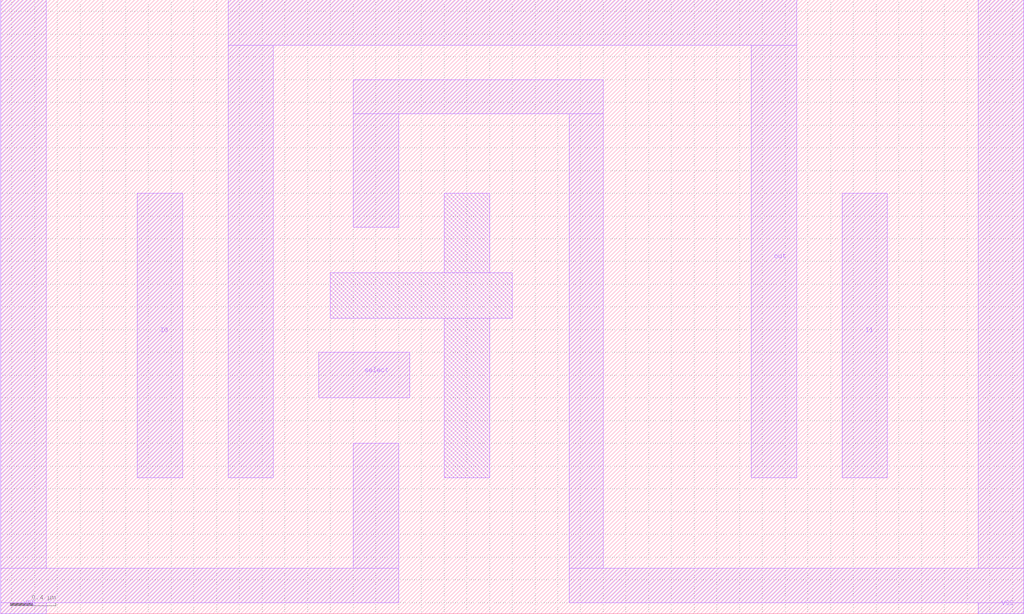
<source format=lef>
VERSION 5.3 ;
   NAMESCASESENSITIVE ON ;
   NOWIREEXTENSIONATPIN ON ;
   DIVIDERCHAR "/" ;
   # BUSBITCHARS "[]" ;
UNITS
   DATABASE MICRONS 1000 ;
END UNITS

MACRO AMUX2_3V
   CLASS BLOCK ;
   FOREIGN AMUX2_3V ;
   ORIGIN -0.5000 -2.1000 ;
   SIZE 9.0000 BY 5.4000 ;
   PIN select
      PORT
         LAYER metal1 ;
	    RECT 3.3000 4.0000 4.1000 4.4000 ;
      END
   END select
   PIN VDD
      PORT
         LAYER metal1 ;
	    RECT 0.5000 2.5000 0.9000 7.5000 ;
	    RECT 3.6000 2.5000 4.0000 3.6000 ;
	    RECT 0.5000 2.2000 4.0000 2.5000 ;
	    RECT 0.5000 2.1000 0.9000 2.2000 ;
      END
   END VDD
   PIN I0
      PORT
         LAYER metal1 ;
	    RECT 1.7000 3.3000 2.1000 5.8000 ;
      END
   END I0
   PIN I1
      PORT
         LAYER metal1 ;
	    RECT 7.9000 3.3000 8.3000 5.8000 ;
      END
   END I1
   PIN VSS
      PORT
         LAYER metal1 ;
	    RECT 3.6000 6.5000 5.8000 6.8000 ;
	    RECT 3.6000 5.5000 4.0000 6.5000 ;
	    RECT 5.5000 2.5000 5.8000 6.5000 ;
	    RECT 9.1000 2.5000 9.5000 7.5000 ;
	    RECT 5.5000 2.2000 9.5000 2.5000 ;
	    RECT 9.1000 2.1000 9.5000 2.2000 ;
      END
   END VSS
   PIN out
      PORT
         LAYER metal1 ;
	    RECT 2.5000 7.1000 7.5000 7.5000 ;
	    RECT 2.5000 3.3000 2.9000 7.1000 ;
	    RECT 7.1000 3.3000 7.5000 7.1000 ;
      END
   END out
   OBS
         LAYER metal1 ;
	    RECT 4.4000 5.1000 4.8000 5.8000 ;
	    RECT 3.4000 4.7000 5.0000 5.1000 ;
	    RECT 4.4000 3.3000 4.8000 4.7000 ;
   END
END AMUX2_3V

</source>
